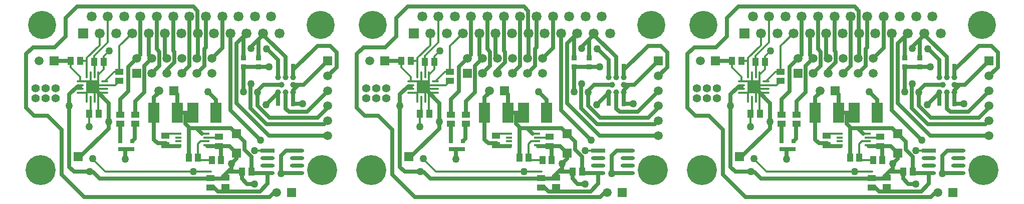
<source format=gtl>
%FSLAX24Y24*%
%MOIN*%
G70*
G01*
G75*
G04 Layer_Physical_Order=1*
G04 Layer_Color=255*
%ADD10O,0.0940X0.0250*%
%ADD11R,0.0940X0.0250*%
%ADD12R,0.0385X0.0520*%
%ADD13R,0.0520X0.0385*%
%ADD14R,0.0787X0.0315*%
%ADD15R,0.1102X0.0315*%
%ADD16R,0.0315X0.0787*%
%ADD17R,0.0748X0.1339*%
%ADD18O,0.0138X0.0512*%
%ADD19O,0.0512X0.0138*%
%ADD20R,0.0906X0.0906*%
%ADD21R,0.0270X0.0270*%
%ADD22R,0.0320X0.0360*%
%ADD23R,0.0400X0.0140*%
%ADD24R,0.0600X0.0600*%
%ADD25C,0.0250*%
%ADD26C,0.0120*%
%ADD27R,0.0591X0.0591*%
%ADD28C,0.0591*%
%ADD29C,0.2000*%
%ADD30C,0.0551*%
%ADD31C,0.0394*%
%ADD32R,0.0591X0.0591*%
%ADD33C,0.0665*%
%ADD34R,0.0665X0.0665*%
%ADD35C,0.1874*%
%ADD36C,0.0500*%
D10*
X29062Y14184D02*
D03*
Y13684D02*
D03*
Y13184D02*
D03*
Y12684D02*
D03*
X27102D02*
D03*
Y13184D02*
D03*
Y13684D02*
D03*
X51062Y14184D02*
D03*
Y13684D02*
D03*
Y13184D02*
D03*
Y12684D02*
D03*
X49102D02*
D03*
Y13184D02*
D03*
Y13684D02*
D03*
X73062Y14184D02*
D03*
Y13684D02*
D03*
Y13184D02*
D03*
Y12684D02*
D03*
X71102D02*
D03*
Y13184D02*
D03*
Y13684D02*
D03*
D11*
X27102Y14184D02*
D03*
X49102D02*
D03*
X71102D02*
D03*
D12*
X15240Y16660D02*
D03*
X15865D02*
D03*
X21855Y13725D02*
D03*
X22480D02*
D03*
X25400Y12780D02*
D03*
X26025D02*
D03*
X23390Y13560D02*
D03*
X24015D02*
D03*
X14010Y20180D02*
D03*
X14635D02*
D03*
X16210Y20140D02*
D03*
X15585D02*
D03*
X37240Y16660D02*
D03*
X37865D02*
D03*
X43855Y13725D02*
D03*
X44480D02*
D03*
X47400Y12780D02*
D03*
X48025D02*
D03*
X45390Y13560D02*
D03*
X46015D02*
D03*
X36010Y20180D02*
D03*
X36635D02*
D03*
X38210Y20140D02*
D03*
X37585D02*
D03*
X59240Y16660D02*
D03*
X59865D02*
D03*
X65855Y13725D02*
D03*
X66480D02*
D03*
X69400Y12780D02*
D03*
X70025D02*
D03*
X67390Y13560D02*
D03*
X68015D02*
D03*
X58010Y20180D02*
D03*
X58635D02*
D03*
X60210Y20140D02*
D03*
X59585D02*
D03*
D13*
X18300Y15980D02*
D03*
Y16605D02*
D03*
X17300Y15980D02*
D03*
Y16605D02*
D03*
X24300Y12380D02*
D03*
Y11755D02*
D03*
X23300Y12370D02*
D03*
Y11745D02*
D03*
X17250Y18850D02*
D03*
Y19475D02*
D03*
X23855Y15125D02*
D03*
Y14500D02*
D03*
X20300Y15180D02*
D03*
Y14555D02*
D03*
X40300Y15980D02*
D03*
Y16605D02*
D03*
X39300Y15980D02*
D03*
Y16605D02*
D03*
X46300Y12380D02*
D03*
Y11755D02*
D03*
X45300Y12370D02*
D03*
Y11745D02*
D03*
X39250Y18850D02*
D03*
Y19475D02*
D03*
X45855Y15125D02*
D03*
Y14500D02*
D03*
X42300Y15180D02*
D03*
Y14555D02*
D03*
X62300Y15980D02*
D03*
Y16605D02*
D03*
X61300Y15980D02*
D03*
Y16605D02*
D03*
X68300Y12380D02*
D03*
Y11755D02*
D03*
X67300Y12370D02*
D03*
Y11745D02*
D03*
X61250Y18850D02*
D03*
Y19475D02*
D03*
X67855Y15125D02*
D03*
Y14500D02*
D03*
X64300Y15180D02*
D03*
Y14555D02*
D03*
D14*
X29162Y18580D02*
D03*
X51162D02*
D03*
X73162D02*
D03*
D15*
X27587D02*
D03*
X49587D02*
D03*
X71587D02*
D03*
D16*
X28800Y19580D02*
D03*
X28300D02*
D03*
X27800D02*
D03*
X28800Y17577D02*
D03*
X28300Y17580D02*
D03*
X27800D02*
D03*
X50800Y19580D02*
D03*
X50300D02*
D03*
X49800D02*
D03*
X50800Y17577D02*
D03*
X50300Y17580D02*
D03*
X49800D02*
D03*
X72800Y19580D02*
D03*
X72300D02*
D03*
X71800D02*
D03*
X72800Y17577D02*
D03*
X72300Y17580D02*
D03*
X71800D02*
D03*
D17*
X22132Y16730D02*
D03*
X23668D02*
D03*
X21088D02*
D03*
X19552D02*
D03*
X44132D02*
D03*
X45668D02*
D03*
X43088D02*
D03*
X41552D02*
D03*
X66132D02*
D03*
X67668D02*
D03*
X65088D02*
D03*
X63552D02*
D03*
D18*
X15076Y17642D02*
D03*
X15332D02*
D03*
X15588D02*
D03*
X15844D02*
D03*
Y19258D02*
D03*
X15588D02*
D03*
X15332D02*
D03*
X15076D02*
D03*
X37076Y17642D02*
D03*
X37332D02*
D03*
X37588D02*
D03*
X37844D02*
D03*
Y19258D02*
D03*
X37588D02*
D03*
X37332D02*
D03*
X37076D02*
D03*
X59076Y17642D02*
D03*
X59332D02*
D03*
X59588D02*
D03*
X59844D02*
D03*
Y19258D02*
D03*
X59588D02*
D03*
X59332D02*
D03*
X59076D02*
D03*
D19*
X16268Y18066D02*
D03*
Y18322D02*
D03*
Y18578D02*
D03*
Y18834D02*
D03*
X14652D02*
D03*
Y18578D02*
D03*
Y18322D02*
D03*
Y18066D02*
D03*
X38268D02*
D03*
Y18322D02*
D03*
Y18578D02*
D03*
Y18834D02*
D03*
X36652D02*
D03*
Y18578D02*
D03*
Y18322D02*
D03*
Y18066D02*
D03*
X60268D02*
D03*
Y18322D02*
D03*
Y18578D02*
D03*
Y18834D02*
D03*
X58652D02*
D03*
Y18578D02*
D03*
Y18322D02*
D03*
Y18066D02*
D03*
D20*
X15460Y18450D02*
D03*
X37460D02*
D03*
X59460D02*
D03*
D21*
X18110Y14280D02*
D03*
Y14820D02*
D03*
X17310Y14280D02*
D03*
Y14820D02*
D03*
X40110Y14280D02*
D03*
Y14820D02*
D03*
X39310Y14280D02*
D03*
Y14820D02*
D03*
X62110Y14280D02*
D03*
Y14820D02*
D03*
X61310Y14280D02*
D03*
Y14820D02*
D03*
D22*
X25500Y20380D02*
D03*
Y19780D02*
D03*
X26500Y20380D02*
D03*
Y19780D02*
D03*
X47500Y20380D02*
D03*
Y19780D02*
D03*
X48500Y20380D02*
D03*
Y19780D02*
D03*
X69500Y20380D02*
D03*
Y19780D02*
D03*
X70500Y20380D02*
D03*
Y19780D02*
D03*
D23*
X23025Y15315D02*
D03*
Y14565D02*
D03*
X21175D02*
D03*
X23025Y15065D02*
D03*
Y14815D02*
D03*
X21175D02*
D03*
Y15315D02*
D03*
Y15065D02*
D03*
X45025Y15315D02*
D03*
Y14565D02*
D03*
X43175D02*
D03*
X45025Y15065D02*
D03*
Y14815D02*
D03*
X43175D02*
D03*
Y15315D02*
D03*
Y15065D02*
D03*
X67025Y15315D02*
D03*
Y14565D02*
D03*
X65175D02*
D03*
X67025Y15065D02*
D03*
Y14815D02*
D03*
X65175D02*
D03*
Y15315D02*
D03*
Y15065D02*
D03*
D24*
X25038Y14026D02*
D03*
Y15326D02*
D03*
X47038Y14026D02*
D03*
Y15326D02*
D03*
X69038Y14026D02*
D03*
Y15326D02*
D03*
D25*
X22450Y22048D02*
X22457Y22041D01*
X22450Y22048D02*
Y23540D01*
X22160Y23830D02*
X22450Y23540D01*
X14430Y23830D02*
X22160D01*
X23001Y21081D02*
Y23159D01*
X13670Y23070D02*
X14430Y23830D01*
X13670Y21840D02*
Y23070D01*
X12930Y21100D02*
X13670Y21840D01*
X11500Y21100D02*
X12930D01*
X11050Y20650D02*
X11500Y21100D01*
X11050Y17050D02*
Y20650D01*
Y17050D02*
X11570Y16530D01*
X12469D01*
X13390Y15609D01*
Y12600D02*
Y15609D01*
X12900Y20180D02*
X14010D01*
X13390Y12600D02*
X14910Y11080D01*
X27220D01*
X27520Y11380D01*
X27700D01*
X15920Y12340D02*
X24040D01*
X15490Y12770D02*
X15920Y12340D01*
X24040D02*
X24480Y12780D01*
X26590Y11470D02*
X27102Y11982D01*
X23790Y11470D02*
X26590D01*
X27102Y11982D02*
Y12684D01*
X23505Y11755D02*
X23790Y11470D01*
X25750Y11970D02*
X26230D01*
X25400Y12320D02*
X25750Y11970D01*
X31100Y18170D02*
Y18180D01*
X29720Y16790D02*
X31100Y18170D01*
X28520Y16790D02*
X29720D01*
X31100Y17060D02*
Y17180D01*
X30420Y16380D02*
X31100Y17060D01*
X27250Y16380D02*
X30420D01*
X19552Y17762D02*
X19920Y18130D01*
X19552Y16730D02*
Y17762D01*
X27000Y17270D02*
X27800Y18070D01*
Y18080D01*
X26440Y17190D02*
X27250Y16380D01*
X26440Y17190D02*
Y18190D01*
X25980Y17030D02*
Y18650D01*
X25040Y17350D02*
Y21363D01*
X16520Y15670D02*
Y16130D01*
X14630Y13780D02*
X16520Y15670D01*
X14500Y13780D02*
X14630D01*
X14230Y12780D02*
X15120D01*
X13900Y13110D02*
X14230Y12780D01*
X18110Y14820D02*
X18270Y14980D01*
X17300Y14830D02*
X17310Y14820D01*
X25038Y15322D02*
X25580Y14780D01*
Y14249D02*
Y14780D01*
Y14249D02*
X26025Y13804D01*
Y12780D02*
Y13804D01*
X25038Y15322D02*
Y15326D01*
X16540Y16130D02*
Y17370D01*
X13900Y13110D02*
Y17069D01*
X13830Y17140D02*
X13900Y17069D01*
X24690Y13320D02*
X25038Y13668D01*
Y14026D01*
X24480Y12780D02*
X24690Y12990D01*
X24480Y12780D02*
X25400D01*
X24690Y12990D02*
Y13320D01*
X13900Y17950D02*
X14420Y18470D01*
X13900Y17210D02*
Y17950D01*
X13830Y17140D02*
X13900Y17210D01*
X21855Y13795D02*
Y15625D01*
X28010Y13860D02*
X28334Y14184D01*
X28010Y12700D02*
Y13860D01*
X27994Y12684D02*
X29062D01*
X28334Y14184D02*
X29062D01*
X25400Y12320D02*
Y12780D01*
X26121Y12684D02*
X27102D01*
X25038Y15326D02*
X25134D01*
X25500Y18120D02*
Y19780D01*
X14420Y18470D02*
X14652D01*
X17300Y14830D02*
Y15980D01*
X18300Y17490D02*
X18900Y18090D01*
X18300Y16786D02*
Y17490D01*
X18270Y14980D02*
Y15824D01*
X21930Y15700D02*
X22360D01*
X21620Y16010D02*
X21930Y15700D01*
X21620Y16010D02*
Y16730D01*
X22132D01*
X21088D02*
X21620D01*
X20545Y14480D02*
X21250D01*
X20340Y14685D02*
X20545Y14480D01*
X20335Y14680D02*
X20340Y14685D01*
X19800Y14680D02*
X20335D01*
X19552Y14928D02*
X19800Y14680D01*
X19552Y14928D02*
Y16730D01*
X26500Y19780D02*
X27190D01*
X27200Y19790D01*
X27800Y19580D02*
Y20260D01*
X27040Y21020D02*
X27800Y20260D01*
X25040Y21363D02*
X25718Y22041D01*
X25040Y17350D02*
X27210Y15180D01*
X24631Y16889D02*
Y22041D01*
Y16889D02*
X26630Y14890D01*
X27210Y15180D02*
X31100D01*
X27050Y15960D02*
X30880D01*
X25980Y17030D02*
X27050Y15960D01*
X26500Y20380D02*
Y21640D01*
X25990Y21130D02*
X26500Y21640D01*
X25990Y21110D02*
Y21130D01*
X26805Y21945D02*
Y22041D01*
X26500Y21640D02*
X26805Y21945D01*
X30880Y15960D02*
X31100Y16180D01*
X26440Y18190D02*
X26830Y18580D01*
X27587D01*
X28797Y17327D02*
X29430Y17320D01*
X28790Y17327D02*
X28797Y17327D01*
X31260Y21200D02*
X31690Y20770D01*
X30420Y21200D02*
X31260D01*
X28800Y19580D02*
X30420Y21200D01*
X28300Y17010D02*
X28520Y16790D01*
X28300Y17010D02*
Y17580D01*
X25500Y19780D02*
X26500D01*
X25500Y21823D02*
X25718Y22041D01*
X25500Y20380D02*
Y21823D01*
X15460Y18450D02*
X16540Y17370D01*
X17650Y14240D02*
X17690Y14280D01*
X18110D01*
X17310D02*
X17690D01*
X17650Y13640D02*
Y14240D01*
X17820Y18150D02*
Y19780D01*
X17300Y17630D02*
X17820Y18150D01*
X17300Y16580D02*
Y17630D01*
X18900Y18090D02*
Y18110D01*
X18910Y18120D02*
Y19850D01*
X18900Y18110D02*
X18910Y18120D01*
Y19850D02*
X19010Y19950D01*
Y19970D01*
X19400Y20360D01*
X17820Y19780D02*
X18400Y20360D01*
X18652Y20612D01*
Y23159D01*
X28290Y19590D02*
X28300Y19580D01*
X28290Y19590D02*
Y20460D01*
X26805Y21945D02*
X28290Y20460D01*
X28800Y18218D02*
X29162Y18580D01*
X28800Y18080D02*
Y18218D01*
X31690Y19770D02*
Y20770D01*
X31100Y19180D02*
X31690Y19770D01*
X29500Y18580D02*
X31100Y20180D01*
X29162Y18580D02*
X29500D01*
X23668Y16730D02*
Y17582D01*
X23120Y18130D02*
X23668Y17582D01*
X19910Y19870D02*
Y20810D01*
X19400Y19360D02*
X19910Y19870D01*
X22900Y20980D02*
X23001Y21081D01*
X22900Y19860D02*
Y20980D01*
X22400Y19360D02*
X22900Y19860D01*
X23400Y20360D02*
X24088Y21048D01*
Y23159D01*
X22400Y20360D02*
X22457Y20417D01*
Y22041D01*
X21400Y19360D02*
X21914Y19874D01*
Y23159D01*
X20400Y19360D02*
Y19590D01*
X20900Y20090D01*
Y20800D01*
X20826Y20873D02*
X20900Y20800D01*
X20826Y20873D02*
Y23159D01*
X19739Y20981D02*
X19910Y20810D01*
X19739Y20981D02*
Y23159D01*
X21370Y20390D02*
X21400Y20360D01*
X20283Y20477D02*
Y22041D01*
Y20477D02*
X20400Y20360D01*
X19196Y20564D02*
X19400Y20360D01*
X19196Y20564D02*
Y22041D01*
X24088Y23159D02*
X24100Y23146D01*
X24088Y23159D02*
X24159D01*
X24664Y15700D02*
X25038Y15326D01*
X22360Y15700D02*
X24664D01*
X24564Y14500D02*
X25038Y14026D01*
X23855Y14500D02*
X24564D01*
X22360Y15700D02*
X22745Y15315D01*
X24015Y13560D02*
Y14340D01*
X21088Y16730D02*
Y17962D01*
X20920Y18130D02*
X21088Y17962D01*
X21340Y22011D02*
X21370Y22041D01*
X20283D02*
X20340Y21984D01*
X23090Y14500D02*
X23855D01*
X44450Y22048D02*
X44457Y22041D01*
X44450Y22048D02*
Y23540D01*
X44160Y23830D02*
X44450Y23540D01*
X36430Y23830D02*
X44160D01*
X45001Y21081D02*
Y23159D01*
X35670Y23070D02*
X36430Y23830D01*
X35670Y21840D02*
Y23070D01*
X34930Y21100D02*
X35670Y21840D01*
X33500Y21100D02*
X34930D01*
X33050Y20650D02*
X33500Y21100D01*
X33050Y17050D02*
Y20650D01*
Y17050D02*
X33570Y16530D01*
X34469D01*
X35390Y15609D01*
Y12600D02*
Y15609D01*
X34900Y20180D02*
X36010D01*
X35390Y12600D02*
X36910Y11080D01*
X49220D01*
X49520Y11380D01*
X49700D01*
X37920Y12340D02*
X46040D01*
X37490Y12770D02*
X37920Y12340D01*
X46040D02*
X46480Y12780D01*
X48590Y11470D02*
X49102Y11982D01*
X45790Y11470D02*
X48590D01*
X49102Y11982D02*
Y12684D01*
X45505Y11755D02*
X45790Y11470D01*
X47750Y11970D02*
X48230D01*
X47400Y12320D02*
X47750Y11970D01*
X53100Y18170D02*
Y18180D01*
X51720Y16790D02*
X53100Y18170D01*
X50520Y16790D02*
X51720D01*
X53100Y17060D02*
Y17180D01*
X52420Y16380D02*
X53100Y17060D01*
X49250Y16380D02*
X52420D01*
X41552Y17762D02*
X41920Y18130D01*
X41552Y16730D02*
Y17762D01*
X49000Y17270D02*
X49800Y18070D01*
Y18080D01*
X48440Y17190D02*
X49250Y16380D01*
X48440Y17190D02*
Y18190D01*
X47980Y17030D02*
Y18650D01*
X47040Y17350D02*
Y21363D01*
X38520Y15670D02*
Y16130D01*
X36630Y13780D02*
X38520Y15670D01*
X36500Y13780D02*
X36630D01*
X36230Y12780D02*
X37120D01*
X35900Y13110D02*
X36230Y12780D01*
X40110Y14820D02*
X40270Y14980D01*
X39300Y14830D02*
X39310Y14820D01*
X47038Y15322D02*
X47580Y14780D01*
Y14249D02*
Y14780D01*
Y14249D02*
X48025Y13804D01*
Y12780D02*
Y13804D01*
X47038Y15322D02*
Y15326D01*
X38540Y16130D02*
Y17370D01*
X35900Y13110D02*
Y17069D01*
X35830Y17140D02*
X35900Y17069D01*
X46690Y13320D02*
X47038Y13668D01*
Y14026D01*
X46480Y12780D02*
X46690Y12990D01*
X46480Y12780D02*
X47400D01*
X46690Y12990D02*
Y13320D01*
X35900Y17950D02*
X36420Y18470D01*
X35900Y17210D02*
Y17950D01*
X35830Y17140D02*
X35900Y17210D01*
X43855Y13795D02*
Y15625D01*
X50010Y13860D02*
X50334Y14184D01*
X50010Y12700D02*
Y13860D01*
X49994Y12684D02*
X51062D01*
X50334Y14184D02*
X51062D01*
X47400Y12320D02*
Y12780D01*
X48121Y12684D02*
X49102D01*
X47038Y15326D02*
X47134D01*
X47500Y18120D02*
Y19780D01*
X36420Y18470D02*
X36652D01*
X39300Y14830D02*
Y15980D01*
X40300Y17490D02*
X40900Y18090D01*
X40300Y16786D02*
Y17490D01*
X40270Y14980D02*
Y15824D01*
X43930Y15700D02*
X44360D01*
X43620Y16010D02*
X43930Y15700D01*
X43620Y16010D02*
Y16730D01*
X44132D01*
X43088D02*
X43620D01*
X42545Y14480D02*
X43250D01*
X42340Y14685D02*
X42545Y14480D01*
X42335Y14680D02*
X42340Y14685D01*
X41800Y14680D02*
X42335D01*
X41552Y14928D02*
X41800Y14680D01*
X41552Y14928D02*
Y16730D01*
X48500Y19780D02*
X49190D01*
X49200Y19790D01*
X49800Y19580D02*
Y20260D01*
X49040Y21020D02*
X49800Y20260D01*
X47040Y21363D02*
X47718Y22041D01*
X47040Y17350D02*
X49210Y15180D01*
X46631Y16889D02*
Y22041D01*
Y16889D02*
X48630Y14890D01*
X49210Y15180D02*
X53100D01*
X49050Y15960D02*
X52880D01*
X47980Y17030D02*
X49050Y15960D01*
X48500Y20380D02*
Y21640D01*
X47990Y21130D02*
X48500Y21640D01*
X47990Y21110D02*
Y21130D01*
X48805Y21945D02*
Y22041D01*
X48500Y21640D02*
X48805Y21945D01*
X52880Y15960D02*
X53100Y16180D01*
X48440Y18190D02*
X48830Y18580D01*
X49587D01*
X50797Y17327D02*
X51430Y17320D01*
X50790Y17327D02*
X50797Y17327D01*
X53260Y21200D02*
X53690Y20770D01*
X52420Y21200D02*
X53260D01*
X50800Y19580D02*
X52420Y21200D01*
X50300Y17010D02*
X50520Y16790D01*
X50300Y17010D02*
Y17580D01*
X47500Y19780D02*
X48500D01*
X47500Y21823D02*
X47718Y22041D01*
X47500Y20380D02*
Y21823D01*
X37460Y18450D02*
X38540Y17370D01*
X39650Y14240D02*
X39690Y14280D01*
X40110D01*
X39310D02*
X39690D01*
X39650Y13640D02*
Y14240D01*
X39820Y18150D02*
Y19780D01*
X39300Y17630D02*
X39820Y18150D01*
X39300Y16580D02*
Y17630D01*
X40900Y18090D02*
Y18110D01*
X40910Y18120D02*
Y19850D01*
X40900Y18110D02*
X40910Y18120D01*
Y19850D02*
X41010Y19950D01*
Y19970D01*
X41400Y20360D01*
X39820Y19780D02*
X40400Y20360D01*
X40652Y20612D01*
Y23159D01*
X50290Y19590D02*
X50300Y19580D01*
X50290Y19590D02*
Y20460D01*
X48805Y21945D02*
X50290Y20460D01*
X50800Y18218D02*
X51162Y18580D01*
X50800Y18080D02*
Y18218D01*
X53690Y19770D02*
Y20770D01*
X53100Y19180D02*
X53690Y19770D01*
X51500Y18580D02*
X53100Y20180D01*
X51162Y18580D02*
X51500D01*
X45668Y16730D02*
Y17582D01*
X45120Y18130D02*
X45668Y17582D01*
X41910Y19870D02*
Y20810D01*
X41400Y19360D02*
X41910Y19870D01*
X44900Y20980D02*
X45001Y21081D01*
X44900Y19860D02*
Y20980D01*
X44400Y19360D02*
X44900Y19860D01*
X45400Y20360D02*
X46088Y21048D01*
Y23159D01*
X44400Y20360D02*
X44457Y20417D01*
Y22041D01*
X43400Y19360D02*
X43913Y19874D01*
Y23159D01*
X42400Y19360D02*
Y19590D01*
X42900Y20090D01*
Y20800D01*
X42826Y20873D02*
X42900Y20800D01*
X42826Y20873D02*
Y23159D01*
X41739Y20981D02*
X41910Y20810D01*
X41739Y20981D02*
Y23159D01*
X43370Y20390D02*
X43400Y20360D01*
X42283Y20477D02*
Y22041D01*
Y20477D02*
X42400Y20360D01*
X41196Y20564D02*
X41400Y20360D01*
X41196Y20564D02*
Y22041D01*
X46088Y23159D02*
X46100Y23146D01*
X46088Y23159D02*
X46159D01*
X46664Y15700D02*
X47038Y15326D01*
X44360Y15700D02*
X46664D01*
X46564Y14500D02*
X47038Y14026D01*
X45855Y14500D02*
X46564D01*
X44360Y15700D02*
X44745Y15315D01*
X46015Y13560D02*
Y14340D01*
X43088Y16730D02*
Y17962D01*
X42920Y18130D02*
X43088Y17962D01*
X43340Y22011D02*
X43370Y22041D01*
X42283D02*
X42340Y21984D01*
X45090Y14500D02*
X45855D01*
X66450Y22048D02*
X66457Y22041D01*
X66450Y22048D02*
Y23540D01*
X66160Y23830D02*
X66450Y23540D01*
X58430Y23830D02*
X66160D01*
X67001Y21081D02*
Y23159D01*
X57670Y23070D02*
X58430Y23830D01*
X57670Y21840D02*
Y23070D01*
X56930Y21100D02*
X57670Y21840D01*
X55500Y21100D02*
X56930D01*
X55050Y20650D02*
X55500Y21100D01*
X55050Y17050D02*
Y20650D01*
Y17050D02*
X55570Y16530D01*
X56469D01*
X57390Y15609D01*
Y12600D02*
Y15609D01*
X56900Y20180D02*
X58010D01*
X57390Y12600D02*
X58910Y11080D01*
X71220D01*
X71520Y11380D01*
X71700D01*
X59920Y12340D02*
X68040D01*
X59490Y12770D02*
X59920Y12340D01*
X68040D02*
X68480Y12780D01*
X70590Y11470D02*
X71102Y11982D01*
X67790Y11470D02*
X70590D01*
X71102Y11982D02*
Y12684D01*
X67505Y11755D02*
X67790Y11470D01*
X69750Y11970D02*
X70230D01*
X69400Y12320D02*
X69750Y11970D01*
X75100Y18170D02*
Y18180D01*
X73720Y16790D02*
X75100Y18170D01*
X72520Y16790D02*
X73720D01*
X75100Y17060D02*
Y17180D01*
X74420Y16380D02*
X75100Y17060D01*
X71250Y16380D02*
X74420D01*
X63552Y17762D02*
X63920Y18130D01*
X63552Y16730D02*
Y17762D01*
X71000Y17270D02*
X71800Y18070D01*
Y18080D01*
X70440Y17190D02*
X71250Y16380D01*
X70440Y17190D02*
Y18190D01*
X69980Y17030D02*
Y18650D01*
X69040Y17350D02*
Y21363D01*
X60520Y15670D02*
Y16130D01*
X58630Y13780D02*
X60520Y15670D01*
X58500Y13780D02*
X58630D01*
X58230Y12780D02*
X59120D01*
X57900Y13110D02*
X58230Y12780D01*
X62110Y14820D02*
X62270Y14980D01*
X61300Y14830D02*
X61310Y14820D01*
X69038Y15322D02*
X69580Y14780D01*
Y14249D02*
Y14780D01*
Y14249D02*
X70025Y13804D01*
Y12780D02*
Y13804D01*
X69038Y15322D02*
Y15326D01*
X60540Y16130D02*
Y17370D01*
X57900Y13110D02*
Y17069D01*
X57830Y17140D02*
X57900Y17069D01*
X68690Y13320D02*
X69038Y13668D01*
Y14026D01*
X68480Y12780D02*
X68690Y12990D01*
X68480Y12780D02*
X69400D01*
X68690Y12990D02*
Y13320D01*
X57900Y17950D02*
X58420Y18470D01*
X57900Y17210D02*
Y17950D01*
X57830Y17140D02*
X57900Y17210D01*
X65855Y13795D02*
Y15625D01*
X72010Y13860D02*
X72334Y14184D01*
X72010Y12700D02*
Y13860D01*
X71994Y12684D02*
X73062D01*
X72334Y14184D02*
X73062D01*
X69400Y12320D02*
Y12780D01*
X70121Y12684D02*
X71102D01*
X69038Y15326D02*
X69134D01*
X69500Y18120D02*
Y19780D01*
X58420Y18470D02*
X58652D01*
X61300Y14830D02*
Y15980D01*
X62300Y17490D02*
X62900Y18090D01*
X62300Y16786D02*
Y17490D01*
X62270Y14980D02*
Y15824D01*
X65930Y15700D02*
X66360D01*
X65620Y16010D02*
X65930Y15700D01*
X65620Y16010D02*
Y16730D01*
X66132D01*
X65088D02*
X65620D01*
X64545Y14480D02*
X65250D01*
X64340Y14685D02*
X64545Y14480D01*
X64335Y14680D02*
X64340Y14685D01*
X63800Y14680D02*
X64335D01*
X63552Y14928D02*
X63800Y14680D01*
X63552Y14928D02*
Y16730D01*
X70500Y19780D02*
X71190D01*
X71200Y19790D01*
X71800Y19580D02*
Y20260D01*
X71040Y21020D02*
X71800Y20260D01*
X69040Y21363D02*
X69718Y22041D01*
X69040Y17350D02*
X71210Y15180D01*
X68631Y16889D02*
Y22041D01*
Y16889D02*
X70630Y14890D01*
X71210Y15180D02*
X75100D01*
X71050Y15960D02*
X74880D01*
X69980Y17030D02*
X71050Y15960D01*
X70500Y20380D02*
Y21640D01*
X69990Y21130D02*
X70500Y21640D01*
X69990Y21110D02*
Y21130D01*
X70805Y21945D02*
Y22041D01*
X70500Y21640D02*
X70805Y21945D01*
X74880Y15960D02*
X75100Y16180D01*
X70440Y18190D02*
X70830Y18580D01*
X71587D01*
X72797Y17327D02*
X73430Y17320D01*
X72790Y17327D02*
X72797Y17327D01*
X75260Y21200D02*
X75690Y20770D01*
X74420Y21200D02*
X75260D01*
X72800Y19580D02*
X74420Y21200D01*
X72300Y17010D02*
X72520Y16790D01*
X72300Y17010D02*
Y17580D01*
X69500Y19780D02*
X70500D01*
X69500Y21823D02*
X69718Y22041D01*
X69500Y20380D02*
Y21823D01*
X59460Y18450D02*
X60540Y17370D01*
X61650Y14240D02*
X61690Y14280D01*
X62110D01*
X61310D02*
X61690D01*
X61650Y13640D02*
Y14240D01*
X61820Y18150D02*
Y19780D01*
X61300Y17630D02*
X61820Y18150D01*
X61300Y16580D02*
Y17630D01*
X62900Y18090D02*
Y18110D01*
X62910Y18120D02*
Y19850D01*
X62900Y18110D02*
X62910Y18120D01*
Y19850D02*
X63010Y19950D01*
Y19970D01*
X63400Y20360D01*
X61820Y19780D02*
X62400Y20360D01*
X62652Y20612D01*
Y23159D01*
X72290Y19590D02*
X72300Y19580D01*
X72290Y19590D02*
Y20460D01*
X70805Y21945D02*
X72290Y20460D01*
X72800Y18218D02*
X73162Y18580D01*
X72800Y18080D02*
Y18218D01*
X75690Y19770D02*
Y20770D01*
X75100Y19180D02*
X75690Y19770D01*
X73500Y18580D02*
X75100Y20180D01*
X73162Y18580D02*
X73500D01*
X67668Y16730D02*
Y17582D01*
X67120Y18130D02*
X67668Y17582D01*
X63910Y19870D02*
Y20810D01*
X63400Y19360D02*
X63910Y19870D01*
X66900Y20980D02*
X67001Y21081D01*
X66900Y19860D02*
Y20980D01*
X66400Y19360D02*
X66900Y19860D01*
X67400Y20360D02*
X68088Y21048D01*
Y23159D01*
X66400Y20360D02*
X66457Y20417D01*
Y22041D01*
X65400Y19360D02*
X65914Y19874D01*
Y23159D01*
X64400Y19360D02*
Y19590D01*
X64900Y20090D01*
Y20800D01*
X64826Y20873D02*
X64900Y20800D01*
X64826Y20873D02*
Y23159D01*
X63739Y20981D02*
X63910Y20810D01*
X63739Y20981D02*
Y23159D01*
X65370Y20390D02*
X65400Y20360D01*
X64283Y20477D02*
Y22041D01*
Y20477D02*
X64400Y20360D01*
X63196Y20564D02*
X63400Y20360D01*
X63196Y20564D02*
Y22041D01*
X68088Y23159D02*
X68100Y23146D01*
X68088Y23159D02*
X68159D01*
X68664Y15700D02*
X69038Y15326D01*
X66360Y15700D02*
X68664D01*
X68564Y14500D02*
X69038Y14026D01*
X67855Y14500D02*
X68564D01*
X66360Y15700D02*
X66745Y15315D01*
X68015Y13560D02*
Y14340D01*
X65088Y16730D02*
Y17962D01*
X64920Y18130D02*
X65088Y17962D01*
X65340Y22011D02*
X65370Y22041D01*
X64283D02*
X64340Y21984D01*
X67090Y14500D02*
X67855D01*
D26*
X22170Y12790D02*
X23340D01*
X16310Y12780D02*
X23350D01*
X23340Y12790D02*
X23350Y12780D01*
X15438Y13652D02*
X16310Y12780D01*
X15438Y13652D02*
X15460Y13675D01*
Y13650D02*
Y13675D01*
X16210Y20500D02*
X16580Y20870D01*
X16210Y20140D02*
Y20500D01*
X27096Y14190D02*
X27102Y14184D01*
X26240Y14190D02*
X27096D01*
X21855Y15625D02*
X21930Y15700D01*
X26025Y12780D02*
X26121Y12684D01*
X14010Y19770D02*
Y20180D01*
Y19770D02*
X14652Y19128D01*
Y18834D02*
Y19128D01*
X15076Y20170D02*
Y20386D01*
Y19258D02*
Y20170D01*
X15066Y20180D02*
X15076Y20170D01*
X14635Y20180D02*
X15066D01*
X22645Y13560D02*
X23390D01*
X22480Y13725D02*
X22645Y13560D01*
X14652Y18470D02*
Y18578D01*
Y18322D02*
Y18470D01*
X15240Y16700D02*
X15332Y16792D01*
X15240Y16010D02*
Y16700D01*
Y15810D02*
Y15970D01*
X15260Y15990D01*
X15240Y16010D02*
X15260Y15990D01*
X15332Y16792D02*
Y17642D01*
X15840Y16700D02*
X15844Y16704D01*
Y17642D01*
X20340Y15310D02*
X20345Y15315D01*
X21175D01*
X15076Y20386D02*
X15935Y21245D01*
Y22041D01*
X15580Y20145D02*
X15585Y20140D01*
X15580Y20145D02*
Y20520D01*
X16478Y21418D01*
Y23159D01*
X17250Y21182D02*
X18109Y22041D01*
X17250Y19475D02*
Y21182D01*
X22745Y15315D02*
X23025D01*
X23855Y14500D02*
X24015Y14340D01*
X23795Y15065D02*
X23855Y15125D01*
X23025Y15065D02*
X23795D01*
X23025Y14565D02*
X23090Y14500D01*
X22625Y14815D02*
X23025D01*
X22455Y14645D02*
X22625Y14815D01*
X22455Y13795D02*
Y14645D01*
X18109Y22041D02*
X18110Y22040D01*
X16978Y18578D02*
X17250Y18850D01*
X16268Y18578D02*
X16978D01*
X16909Y19475D02*
X17250D01*
X16268Y18834D02*
X16909Y19475D01*
X15844Y19258D02*
X16210Y19624D01*
Y20140D01*
X15935Y22041D02*
X15936Y22040D01*
X16445Y23125D02*
X16478Y23159D01*
X15585Y20140D02*
X15588Y20137D01*
Y19258D02*
Y20137D01*
X15076Y18834D02*
X15460Y18450D01*
X14652Y18834D02*
X15076D01*
X15460Y18450D02*
X15844Y18066D01*
Y17642D02*
Y18066D01*
X15076D02*
X15460Y18450D01*
X14652Y18066D02*
X15076D01*
Y17642D02*
Y18066D01*
X15844D02*
X16268D01*
X15588Y18578D02*
X16268D01*
X15460Y18450D02*
X15588Y18578D01*
X15460Y18450D02*
X15588Y18322D01*
X16268D01*
X15844Y18834D02*
Y19258D01*
X15332Y18578D02*
X15460Y18450D01*
X15332Y18578D02*
Y19258D01*
X15588Y17642D02*
Y18322D01*
X44170Y12790D02*
X45340D01*
X38310Y12780D02*
X45350D01*
X45340Y12790D02*
X45350Y12780D01*
X37438Y13652D02*
X38310Y12780D01*
X37438Y13652D02*
X37460Y13675D01*
Y13650D02*
Y13675D01*
X38210Y20500D02*
X38580Y20870D01*
X38210Y20140D02*
Y20500D01*
X49096Y14190D02*
X49102Y14184D01*
X48240Y14190D02*
X49096D01*
X43855Y15625D02*
X43930Y15700D01*
X48025Y12780D02*
X48121Y12684D01*
X36010Y19770D02*
Y20180D01*
Y19770D02*
X36652Y19128D01*
Y18834D02*
Y19128D01*
X37076Y20170D02*
Y20386D01*
Y19258D02*
Y20170D01*
X37066Y20180D02*
X37076Y20170D01*
X36635Y20180D02*
X37066D01*
X44645Y13560D02*
X45390D01*
X44480Y13725D02*
X44645Y13560D01*
X36652Y18470D02*
Y18578D01*
Y18322D02*
Y18470D01*
X37240Y16700D02*
X37332Y16792D01*
X37240Y16010D02*
Y16700D01*
Y15810D02*
Y15970D01*
X37260Y15990D01*
X37240Y16010D02*
X37260Y15990D01*
X37332Y16792D02*
Y17642D01*
X37840Y16700D02*
X37844Y16704D01*
Y17642D01*
X42340Y15310D02*
X42345Y15315D01*
X43175D01*
X37076Y20386D02*
X37935Y21245D01*
Y22041D01*
X37580Y20145D02*
X37585Y20140D01*
X37580Y20145D02*
Y20520D01*
X38478Y21418D01*
Y23159D01*
X39250Y21182D02*
X40109Y22041D01*
X39250Y19475D02*
Y21182D01*
X44745Y15315D02*
X45025D01*
X45855Y14500D02*
X46015Y14340D01*
X45795Y15065D02*
X45855Y15125D01*
X45025Y15065D02*
X45795D01*
X45025Y14565D02*
X45090Y14500D01*
X44625Y14815D02*
X45025D01*
X44455Y14645D02*
X44625Y14815D01*
X44455Y13795D02*
Y14645D01*
X40109Y22041D02*
X40110Y22040D01*
X38978Y18578D02*
X39250Y18850D01*
X38268Y18578D02*
X38978D01*
X38909Y19475D02*
X39250D01*
X38268Y18834D02*
X38909Y19475D01*
X37844Y19258D02*
X38210Y19624D01*
Y20140D01*
X37935Y22041D02*
X37936Y22040D01*
X38445Y23125D02*
X38478Y23159D01*
X37585Y20140D02*
X37588Y20137D01*
Y19258D02*
Y20137D01*
X37076Y18834D02*
X37460Y18450D01*
X36652Y18834D02*
X37076D01*
X37460Y18450D02*
X37844Y18066D01*
Y17642D02*
Y18066D01*
X37076D02*
X37460Y18450D01*
X36652Y18066D02*
X37076D01*
Y17642D02*
Y18066D01*
X37844D02*
X38268D01*
X37588Y18578D02*
X38268D01*
X37460Y18450D02*
X37588Y18578D01*
X37460Y18450D02*
X37588Y18322D01*
X38268D01*
X37844Y18834D02*
Y19258D01*
X37332Y18578D02*
X37460Y18450D01*
X37332Y18578D02*
Y19258D01*
X37588Y17642D02*
Y18322D01*
X66170Y12790D02*
X67340D01*
X60310Y12780D02*
X67350D01*
X67340Y12790D02*
X67350Y12780D01*
X59438Y13652D02*
X60310Y12780D01*
X59438Y13652D02*
X59460Y13675D01*
Y13650D02*
Y13675D01*
X60210Y20500D02*
X60580Y20870D01*
X60210Y20140D02*
Y20500D01*
X71096Y14190D02*
X71102Y14184D01*
X70240Y14190D02*
X71096D01*
X65855Y15625D02*
X65930Y15700D01*
X70025Y12780D02*
X70121Y12684D01*
X58010Y19770D02*
Y20180D01*
Y19770D02*
X58652Y19128D01*
Y18834D02*
Y19128D01*
X59076Y20170D02*
Y20386D01*
Y19258D02*
Y20170D01*
X59066Y20180D02*
X59076Y20170D01*
X58635Y20180D02*
X59066D01*
X66645Y13560D02*
X67390D01*
X66480Y13725D02*
X66645Y13560D01*
X58652Y18470D02*
Y18578D01*
Y18322D02*
Y18470D01*
X59240Y16700D02*
X59332Y16792D01*
X59240Y16010D02*
Y16700D01*
Y15810D02*
Y15970D01*
X59260Y15990D01*
X59240Y16010D02*
X59260Y15990D01*
X59332Y16792D02*
Y17642D01*
X59840Y16700D02*
X59844Y16704D01*
Y17642D01*
X64340Y15310D02*
X64345Y15315D01*
X65175D01*
X59076Y20386D02*
X59935Y21245D01*
Y22041D01*
X59580Y20145D02*
X59585Y20140D01*
X59580Y20145D02*
Y20520D01*
X60478Y21418D01*
Y23159D01*
X61250Y21182D02*
X62109Y22041D01*
X61250Y19475D02*
Y21182D01*
X66745Y15315D02*
X67025D01*
X67855Y14500D02*
X68015Y14340D01*
X67795Y15065D02*
X67855Y15125D01*
X67025Y15065D02*
X67795D01*
X67025Y14565D02*
X67090Y14500D01*
X66625Y14815D02*
X67025D01*
X66455Y14645D02*
X66625Y14815D01*
X66455Y13795D02*
Y14645D01*
X62109Y22041D02*
X62110Y22040D01*
X60978Y18578D02*
X61250Y18850D01*
X60268Y18578D02*
X60978D01*
X60909Y19475D02*
X61250D01*
X60268Y18834D02*
X60909Y19475D01*
X59844Y19258D02*
X60210Y19624D01*
Y20140D01*
X59935Y22041D02*
X59936Y22040D01*
X60445Y23125D02*
X60478Y23159D01*
X59585Y20140D02*
X59588Y20137D01*
Y19258D02*
Y20137D01*
X59076Y18834D02*
X59460Y18450D01*
X58652Y18834D02*
X59076D01*
X59460Y18450D02*
X59844Y18066D01*
Y17642D02*
Y18066D01*
X59076D02*
X59460Y18450D01*
X58652Y18066D02*
X59076D01*
Y17642D02*
Y18066D01*
X59844D02*
X60268D01*
X59588Y18578D02*
X60268D01*
X59460Y18450D02*
X59588Y18578D01*
X59460Y18450D02*
X59588Y18322D01*
X60268D01*
X59844Y18834D02*
Y19258D01*
X59332Y18578D02*
X59460Y18450D01*
X59332Y18578D02*
Y19258D01*
X59588Y17642D02*
Y18322D01*
D27*
X28700Y11380D02*
D03*
X20870Y18180D02*
D03*
X18400Y19360D02*
D03*
X12900Y20180D02*
D03*
X50700Y11380D02*
D03*
X42870Y18180D02*
D03*
X40400Y19360D02*
D03*
X34900Y20180D02*
D03*
X72700Y11380D02*
D03*
X64870Y18180D02*
D03*
X62400Y19360D02*
D03*
X56900Y20180D02*
D03*
D28*
X27700Y11380D02*
D03*
X31100Y19180D02*
D03*
Y18180D02*
D03*
Y17180D02*
D03*
Y16180D02*
D03*
Y15180D02*
D03*
X19870Y18180D02*
D03*
X23400Y20360D02*
D03*
X22400D02*
D03*
X21400D02*
D03*
X20400D02*
D03*
X19400D02*
D03*
X18400D02*
D03*
X23400Y19360D02*
D03*
X22400D02*
D03*
X21400D02*
D03*
X19400D02*
D03*
X20400D02*
D03*
X11900Y20180D02*
D03*
X49700Y11380D02*
D03*
X53100Y19180D02*
D03*
Y18180D02*
D03*
Y17180D02*
D03*
Y16180D02*
D03*
Y15180D02*
D03*
X41870Y18180D02*
D03*
X45400Y20360D02*
D03*
X44400D02*
D03*
X43400D02*
D03*
X42400D02*
D03*
X41400D02*
D03*
X40400D02*
D03*
X45400Y19360D02*
D03*
X44400D02*
D03*
X43400D02*
D03*
X41400D02*
D03*
X42400D02*
D03*
X33900Y20180D02*
D03*
X71700Y11380D02*
D03*
X75100Y19180D02*
D03*
Y18180D02*
D03*
Y17180D02*
D03*
Y16180D02*
D03*
Y15180D02*
D03*
X63870Y18180D02*
D03*
X67400Y20360D02*
D03*
X66400D02*
D03*
X65400D02*
D03*
X64400D02*
D03*
X63400D02*
D03*
X62400D02*
D03*
X67400Y19360D02*
D03*
X66400D02*
D03*
X65400D02*
D03*
X63400D02*
D03*
X64400D02*
D03*
X55900Y20180D02*
D03*
D29*
X30732Y12900D02*
D03*
X12008D02*
D03*
X52732D02*
D03*
X34008D02*
D03*
X74732D02*
D03*
X56008D02*
D03*
D30*
X11680Y17697D02*
D03*
X12340D02*
D03*
X12999D02*
D03*
Y18347D02*
D03*
X12340D02*
D03*
X11680D02*
D03*
X33680Y17697D02*
D03*
X34340D02*
D03*
X34999D02*
D03*
Y18347D02*
D03*
X34340D02*
D03*
X33680D02*
D03*
X55680Y17697D02*
D03*
X56340D02*
D03*
X56999D02*
D03*
Y18347D02*
D03*
X56340D02*
D03*
X55680D02*
D03*
D31*
X28800Y18580D02*
D03*
X28040D02*
D03*
X28300Y19080D02*
D03*
Y18080D02*
D03*
X28800D02*
D03*
Y19080D02*
D03*
X27800Y18080D02*
D03*
Y19080D02*
D03*
X50800Y18580D02*
D03*
X50040D02*
D03*
X50300Y19080D02*
D03*
Y18080D02*
D03*
X50800D02*
D03*
Y19080D02*
D03*
X49800Y18080D02*
D03*
Y19080D02*
D03*
X72800Y18580D02*
D03*
X72040D02*
D03*
X72300Y19080D02*
D03*
Y18080D02*
D03*
X72800D02*
D03*
Y19080D02*
D03*
X71800Y18080D02*
D03*
Y19080D02*
D03*
D32*
X31100Y20180D02*
D03*
X14500Y13780D02*
D03*
X53100Y20180D02*
D03*
X36500Y13780D02*
D03*
X75100Y20180D02*
D03*
X58500Y13780D02*
D03*
D33*
X27892Y22041D02*
D03*
X27349Y23159D02*
D03*
X26805Y22041D02*
D03*
X26262Y23159D02*
D03*
X25718Y22041D02*
D03*
X25175Y23159D02*
D03*
X24631Y22041D02*
D03*
X24088Y23159D02*
D03*
X23544Y22041D02*
D03*
X23001Y23159D02*
D03*
X22457Y22041D02*
D03*
X21914Y23159D02*
D03*
X21370Y22041D02*
D03*
X20826Y23159D02*
D03*
X20283Y22041D02*
D03*
X19739Y23159D02*
D03*
X19196Y22041D02*
D03*
X18652Y23159D02*
D03*
X18109Y22041D02*
D03*
X17565Y23159D02*
D03*
X17022Y22041D02*
D03*
X16478Y23159D02*
D03*
X15935Y22041D02*
D03*
X15391Y23159D02*
D03*
X49892Y22041D02*
D03*
X49349Y23159D02*
D03*
X48805Y22041D02*
D03*
X48262Y23159D02*
D03*
X47718Y22041D02*
D03*
X47175Y23159D02*
D03*
X46631Y22041D02*
D03*
X46088Y23159D02*
D03*
X45544Y22041D02*
D03*
X45001Y23159D02*
D03*
X44457Y22041D02*
D03*
X43913Y23159D02*
D03*
X43370Y22041D02*
D03*
X42826Y23159D02*
D03*
X42283Y22041D02*
D03*
X41739Y23159D02*
D03*
X41196Y22041D02*
D03*
X40652Y23159D02*
D03*
X40109Y22041D02*
D03*
X39565Y23159D02*
D03*
X39022Y22041D02*
D03*
X38478Y23159D02*
D03*
X37935Y22041D02*
D03*
X37391Y23159D02*
D03*
X71892Y22041D02*
D03*
X71349Y23159D02*
D03*
X70805Y22041D02*
D03*
X70262Y23159D02*
D03*
X69718Y22041D02*
D03*
X69175Y23159D02*
D03*
X68631Y22041D02*
D03*
X68088Y23159D02*
D03*
X67544Y22041D02*
D03*
X67001Y23159D02*
D03*
X66457Y22041D02*
D03*
X65914Y23159D02*
D03*
X65370Y22041D02*
D03*
X64826Y23159D02*
D03*
X64283Y22041D02*
D03*
X63739Y23159D02*
D03*
X63196Y22041D02*
D03*
X62652Y23159D02*
D03*
X62109Y22041D02*
D03*
X61565Y23159D02*
D03*
X61022Y22041D02*
D03*
X60478Y23159D02*
D03*
X59935Y22041D02*
D03*
X59391Y23159D02*
D03*
D34*
X14848Y22041D02*
D03*
X36848D02*
D03*
X58848D02*
D03*
D35*
X12108Y22600D02*
D03*
X30632D02*
D03*
X34108D02*
D03*
X52632D02*
D03*
X56108D02*
D03*
X74632D02*
D03*
D36*
X23120Y18130D02*
D03*
X22170Y12790D02*
D03*
X15460Y13650D02*
D03*
X16580Y20870D02*
D03*
X27000Y17270D02*
D03*
X25510Y18120D02*
D03*
X26440Y18100D02*
D03*
X26240Y14190D02*
D03*
X15260Y12790D02*
D03*
X28000Y12660D02*
D03*
X26230Y11970D02*
D03*
X13900Y17210D02*
D03*
X24690Y13320D02*
D03*
X17650Y13640D02*
D03*
X15240Y15810D02*
D03*
X27200Y19790D02*
D03*
X26630Y14890D02*
D03*
X25990Y21020D02*
D03*
Y18650D02*
D03*
X29430Y17320D02*
D03*
X27020Y21000D02*
D03*
X16520Y16130D02*
D03*
X45120Y18130D02*
D03*
X44170Y12790D02*
D03*
X37460Y13650D02*
D03*
X38580Y20870D02*
D03*
X49000Y17270D02*
D03*
X47510Y18120D02*
D03*
X48440Y18100D02*
D03*
X48240Y14190D02*
D03*
X37260Y12790D02*
D03*
X50000Y12660D02*
D03*
X48230Y11970D02*
D03*
X35900Y17210D02*
D03*
X46690Y13320D02*
D03*
X39650Y13640D02*
D03*
X37240Y15810D02*
D03*
X49200Y19790D02*
D03*
X48630Y14890D02*
D03*
X47990Y21020D02*
D03*
Y18650D02*
D03*
X51430Y17320D02*
D03*
X49020Y21000D02*
D03*
X38520Y16130D02*
D03*
X67120Y18130D02*
D03*
X66170Y12790D02*
D03*
X59460Y13650D02*
D03*
X60580Y20870D02*
D03*
X71000Y17270D02*
D03*
X69510Y18120D02*
D03*
X70440Y18100D02*
D03*
X70240Y14190D02*
D03*
X59260Y12790D02*
D03*
X72000Y12660D02*
D03*
X70230Y11970D02*
D03*
X57900Y17210D02*
D03*
X68690Y13320D02*
D03*
X61650Y13640D02*
D03*
X59240Y15810D02*
D03*
X71200Y19790D02*
D03*
X70630Y14890D02*
D03*
X69990Y21020D02*
D03*
Y18650D02*
D03*
X73430Y17320D02*
D03*
X71020Y21000D02*
D03*
X60520Y16130D02*
D03*
M02*

</source>
